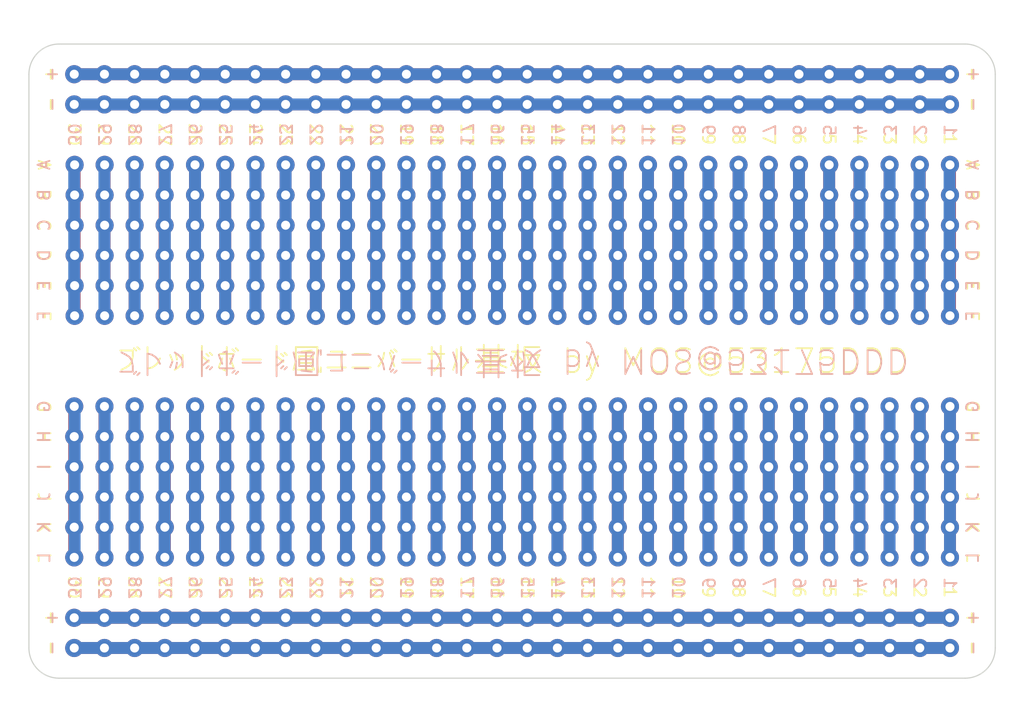
<source format=kicad_pcb>
(kicad_pcb (version 20221018) (generator pcbnew)
  (layers (0 "F.Cu" signal) (31 "B.Cu" signal) (34 "B.Paste" user) (35 "F.Paste" user) (36 "B.SilkS" user "B.Silkscreen") (37 "F.SilkS" user "F.Silkscreen") (38 "B.Mask" user) (39 "F.Mask" user) (44 "Edge.Cuts" user))
  (net 0 "")
  (net 1 "Net-(J1-Pin_1)")
  (net 2 "Net-(J2-Pin_1)")
  (net 3 "Net-(J3-Pin_1)")
  (net 4 "Net-(J4-Pin_1)")
  (net 5 "Net-(J5-Pin_1)")
  (net 6 "Net-(J6-Pin_1)")
  (net 7 "Net-(J7-Pin_1)")
  (net 8 "Net-(J8-Pin_1)")
  (net 9 "Net-(J9-Pin_1)")
  (net 10 "Net-(J10-Pin_1)")
  (net 11 "Net-(J11-Pin_1)")
  (net 12 "Net-(J12-Pin_1)")
  (net 13 "Net-(J13-Pin_1)")
  (net 14 "Net-(J14-Pin_1)")
  (net 15 "Net-(J15-Pin_1)")
  (net 16 "Net-(J16-Pin_1)")
  (net 17 "Net-(J17-Pin_1)")
  (net 18 "Net-(J18-Pin_1)")
  (net 19 "Net-(J19-Pin_1)")
  (net 20 "Net-(J20-Pin_1)")
  (net 21 "Net-(J21-Pin_1)")
  (net 22 "Net-(J22-Pin_1)")
  (net 23 "Net-(J23-Pin_1)")
  (net 24 "Net-(J24-Pin_1)")
  (net 25 "Net-(J25-Pin_1)")
  (net 26 "Net-(J26-Pin_1)")
  (net 27 "Net-(J27-Pin_1)")
  (net 28 "Net-(J28-Pin_1)")
  (net 29 "Net-(J29-Pin_1)")
  (net 30 "Net-(J30-Pin_1)")
  (net 31 "Net-(J31-Pin_1)")
  (net 32 "Net-(J32-Pin_1)")
  (net 33 "Net-(J33-Pin_1)")
  (net 34 "Net-(J34-Pin_1)")
  (net 35 "Net-(J35-Pin_1)")
  (net 36 "Net-(J36-Pin_1)")
  (net 37 "Net-(J37-Pin_1)")
  (net 38 "Net-(J38-Pin_1)")
  (net 39 "Net-(J39-Pin_1)")
  (net 40 "Net-(J40-Pin_1)")
  (net 41 "Net-(J41-Pin_1)")
  (net 42 "Net-(J42-Pin_1)")
  (net 43 "Net-(J43-Pin_1)")
  (net 44 "Net-(J44-Pin_1)")
  (net 45 "Net-(J45-Pin_1)")
  (net 46 "Net-(J46-Pin_1)")
  (net 47 "Net-(J47-Pin_1)")
  (net 48 "Net-(J48-Pin_1)")
  (net 49 "Net-(J49-Pin_1)")
  (net 50 "Net-(J50-Pin_1)")
  (net 51 "Net-(J51-Pin_1)")
  (net 52 "Net-(J52-Pin_1)")
  (net 53 "Net-(J53-Pin_1)")
  (net 54 "Net-(J54-Pin_1)")
  (net 55 "Net-(J55-Pin_1)")
  (net 56 "Net-(J56-Pin_1)")
  (net 57 "Net-(J57-Pin_1)")
  (net 58 "Net-(J58-Pin_1)")
  (net 59 "Net-(J59-Pin_1)")
  (net 60 "Net-(J60-Pin_1)")
  (net 61 "Net-(J61-Pin_1)")
  (net 62 "Net-(J66-Pin_1)")
  (net 63 "Net-(J71-Pin_1)")
  (net 64 "Net-(J76-Pin_1)")
  (footprint "pins:Pins" (layer "F.Cu") (at 114.3 96.52)
    (fp_text reference "J51" hide)
    (fp_text value "Conn_01x06_Pin")
  )
  (footprint "pins:Pins" (layer "F.Cu") (at 167.64 96.52)
    (fp_text reference "J20" hide)
    (fp_text value "Conn_01x06_Pin")
  )
  (footprint "pins:Pins" (layer "F.Cu") (at 124.46 96.52)
    (fp_text reference "J3" hide)
    (fp_text value "Conn_01x06_Pin")
  )
  (footprint "pins:Pins" (layer "F.Cu") (at 177.8 96.52)
    (fp_text reference "J24" hide)
    (fp_text value "Conn_01x06_Pin")
  )
  (footprint "pins:Pins" (layer "F.Cu") (at 175.26 116.84)
    (fp_text reference "J45" hide)
    (fp_text value "Conn_01x06_Pin")
  )
  (footprint "pins:Pins" (layer "F.Cu") (at 129.54 116.84)
    (fp_text reference "J27" hide)
    (fp_text value "Conn_01x06_Pin")
  )
  (footprint "pins:Pins" (layer "F.Cu") (at 124.46 116.84)
    (fp_text reference "J59" hide)
    (fp_text value "Conn_01x06_Pin")
  )
  (footprint "pins:Pins" (layer "F.Cu") (at 154.94 96.52)
    (fp_text reference "J15" hide)
    (fp_text value "Conn_01x06_Pin")
  )
  (footprint "pins:Pins" (layer "F.Cu") (at 121.92 96.52)
    (fp_text reference "J2" hide)
    (fp_text value "Conn_01x06_Pin")
  )
  (footprint "pins:Pins" (layer "F.Cu") (at 182.88 96.52)
    (fp_text reference "J26" hide)
    (fp_text value "Conn_01x06_Pin")
  )
  (footprint "pins:Pins" (layer "F.Cu") (at 121.92 91.44 -90)
    (fp_text reference "J61" hide)
    (fp_text value "Conn_01x06_Pin")
  )
  (footprint "pins:Pins" (layer "F.Cu") (at 165.1 96.52)
    (fp_text reference "J19" hide)
    (fp_text value "Conn_01x06_Pin")
  )
  (footprint "pins:Pins" (layer "F.Cu") (at 154.94 116.84)
    (fp_text reference "J37" hide)
    (fp_text value "Conn_01x06_Pin")
  )
  (footprint "pins:Pins" (layer "F.Cu") (at 160.02 96.52)
    (fp_text reference "J17" hide)
    (fp_text value "Conn_01x06_Pin")
  )
  (footprint "pins:Pins" (layer "F.Cu") (at 152.4 91.44 -90)
    (fp_text reference "J63" hide)
    (fp_text value "Conn_01x06_Pin")
  )
  (footprint "pins:Pins" (layer "F.Cu") (at 147.32 116.84)
    (fp_text reference "J34" hide)
    (fp_text value "Conn_01x06_Pin")
  )
  (footprint "pins:Pins" (layer "F.Cu") (at 142.24 96.52)
    (fp_text reference "J10" hide)
    (fp_text value "Conn_01x06_Pin")
  )
  (footprint "pins:Pins" (layer "F.Cu") (at 137.16 88.9 -90)
    (fp_text reference "J67" hide)
    (fp_text value "Conn_01x06_Pin")
  )
  (footprint "pins:Pins" (layer "F.Cu") (at 165.1 116.84)
    (fp_text reference "J41" hide)
    (fp_text value "Conn_01x06_Pin")
  )
  (footprint "pins:Pins" (layer "F.Cu") (at 137.16 116.84)
    (fp_text reference "J30" hide)
    (fp_text value "Conn_01x06_Pin")
  )
  (footprint "pins:Pins" (layer "F.Cu") (at 139.7 96.52)
    (fp_text reference "J9" hide)
    (fp_text value "Conn_01x06_Pin")
  )
  (footprint "pins:Pins" (layer "F.Cu") (at 172.72 116.84)
    (fp_text reference "J44" hide)
    (fp_text value "Conn_01x06_Pin")
  )
  (footprint "pins:Pins" (layer "F.Cu") (at 170.18 116.84)
    (fp_text reference "J43" hide)
    (fp_text value "Conn_01x06_Pin")
  )
  (footprint "pins:Pins" (layer "F.Cu") (at 162.56 96.52)
    (fp_text reference "J18" hide)
    (fp_text value "Conn_01x06_Pin")
  )
  (footprint "pins:Pins" (layer "F.Cu") (at 180.34 116.84)
    (fp_text reference "J47" hide)
    (fp_text value "Conn_01x06_Pin")
  )
  (footprint "pins:Pins" (layer "F.Cu") (at 182.88 116.84)
    (fp_text reference "J48" hide)
    (fp_text value "Conn_01x06_Pin")
  )
  (footprint "pins:Pins" (layer "F.Cu") (at 144.78 116.84)
    (fp_text reference "J33" hide)
    (fp_text value "Conn_01x06_Pin")
  )
  (footprint "pins:Pins" (layer "F.Cu") (at 132.08 96.52)
    (fp_text reference "J6" hide)
    (fp_text value "Conn_01x06_Pin")
  )
  (footprint "pins:Pins" (layer "F.Cu") (at 137.16 137.16 -90)
    (fp_text reference "J79" hide)
    (fp_text value "Conn_01x06_Pin")
  )
  (footprint "pins:Pins" (layer "F.Cu") (at 116.824 96.52)
    (fp_text reference "J52" hide)
    (fp_text value "Conn_01x06_Pin")
  )
  (footprint "pins:Pins" (layer "F.Cu") (at 167.64 116.84)
    (fp_text reference "J42" hide)
    (fp_text value "Conn_01x06_Pin")
  )
  (footprint "pins:Pins" (layer "F.Cu") (at 180.34 96.52)
    (fp_text reference "J25" hide)
    (fp_text value "Conn_01x06_Pin")
  )
  (footprint "pins:Pins" (layer "F.Cu") (at 182.88 134.62 -90)
    (fp_text reference "J71" hide)
    (fp_text value "Conn_01x06_Pin")
  )
  (footprint "pins:Pins" (layer "F.Cu") (at 119.38 116.84)
    (fp_text reference "J57" hide)
    (fp_text value "Conn_01x06_Pin")
  )
  (footprint "pins:Pins" (layer "F.Cu") (at 147.32 96.52)
    (fp_text reference "J12" hide)
    (fp_text value "Conn_01x06_Pin")
  )
  (footprint "pins:Pins" (layer "F.Cu") (at 137.16 91.44 -90)
    (fp_text reference "J62" hide)
    (fp_text value "Conn_01x06_Pin")
  )
  (footprint "pins:Pins" (layer "F.Cu") (at 109.252 96.52)
    (fp_text reference "J49" hide)
    (fp_text value "Conn_01x06_Pin")
  )
  (footprint "pins:Pins" (layer "F.Cu") (at 111.76 116.84)
    (fp_text reference "J54" hide)
    (fp_text value "Conn_01x06_Pin")
  )
  (footprint "pins:Pins" (layer "F.Cu") (at 152.4 116.84)
    (fp_text reference "J36" hide)
    (fp_text value "Conn_01x06_Pin")
  )
  (footprint "pins:Pins" (layer "F.Cu") (at 109.22 116.84)
    (fp_text reference "J53" hide)
    (fp_text value "Conn_01x06_Pin")
  )
  (footprint "pins:Pins" (layer "F.Cu") (at 177.8 116.84)
    (fp_text reference "J46" hide)
    (fp_text value "Conn_01x06_Pin")
  )
  (footprint "pins:Pins" (layer "F.Cu") (at 182.88 91.44 -90)
    (fp_text reference "J65" hide)
    (fp_text value "Conn_01x06_Pin")
  )
  (footprint "pins:Pins" (layer "F.Cu") (at 142.24 116.84)
    (fp_text reference "J32" hide)
    (fp_text value "Conn_01x06_Pin")
  )
  (footprint "pins:Pins" (layer "F.Cu") (at 152.4 96.52)
    (fp_text reference "J14" hide)
    (fp_text value "Conn_01x06_Pin")
  )
  (footprint "pins:Pins" (layer "F.Cu") (at 182.88 137.16 -90)
    (fp_text reference "J76" hide)
    (fp_text value "Conn_01x06_Pin")
  )
  (footprint "pins:Pins" (layer "F.Cu") (at 149.86 116.84)
    (fp_text reference "J35" hide)
    (fp_text value "Conn_01x06_Pin")
  )
  (footprint "pins:Pins" (layer "F.Cu") (at 167.64 137.16 -90)
    (fp_text reference "J77" hide)
    (fp_text value "Conn_01x06_Pin")
  )
  (footprint "pins:Pins" (layer "F.Cu") (at 132.08 116.84)
    (fp_text reference "J28" hide)
    (fp_text value "Conn_01x06_Pin")
  )
  (footprint "pins:Pins" (layer "F.Cu") (at 170.18 96.52)
    (fp_text reference "J21" hide)
    (fp_text value "Conn_01x06_Pin")
  )
  (footprint "pins:Pins" (layer "F.Cu") (at 121.92 88.9 -90)
    (fp_text reference "J66" hide)
    (fp_text value "Conn_01x06_Pin")
  )
  (footprint "pins:Pins" (layer "F.Cu") (at 121.92 134.62 -90)
    (fp_text reference "J75" hide)
    (fp_text value "Conn_01x06_Pin")
  )
  (footprint "pins:Pins" (layer "F.Cu") (at 144.78 96.52)
    (fp_text reference "J11" hide)
    (fp_text value "Conn_01x06_Pin")
  )
  (footprint "pins:Pins" (layer "F.Cu") (at 116.84 116.84)
    (fp_text reference "J56" hide)
    (fp_text value "Conn_01x06_Pin")
  )
  (footprint "pins:Pins" (layer "F.Cu") (at 149.86 96.52)
    (fp_text reference "J13" hide)
    (fp_text value "Conn_01x06_Pin")
  )
  (footprint "pins:Pins" (layer "F.Cu") (at 129.54 96.52)
    (fp_text reference "J5" hide)
    (fp_text value "Conn_01x06_Pin")
  )
  (footprint "pins:Pins" (layer "F.Cu") (at 160.02 116.84)
    (fp_text reference "J39" hide)
    (fp_text value "Conn_01x06_Pin")
  )
  (footprint "pins:Pins" (layer "F.Cu") (at 152.4 137.16 -90)
    (fp_text reference "J78" hide)
    (fp_text value "Conn_01x06_Pin")
  )
  (footprint "pins:Pins" (layer "F.Cu") (at 175.26 96.52)
    (fp_text reference "J23" hide)
    (fp_text value "Conn_01x06_Pin")
  )
  (footprint "pins:Pins" (layer "F.Cu") (at 127 116.84)
    (fp_text reference "J60" hide)
    (fp_text value "Conn_01x06_Pin")
  )
  (footprint "pins:Pins" (layer "F.Cu") (at 121.92 137.16 -90)
    (fp_text reference "J80" hide)
    (fp_text value "Conn_01x06_Pin")
  )
  (footprint "pins:Pins" (layer "F.Cu") (at 121.92 116.84)
    (fp_text reference "J58" hide)
    (fp_text value "Conn_01x06_Pin")
  )
  (footprint "pins:Pins" (layer "F.Cu") (at 137.16 96.52)
    (fp_text reference "J8" hide)
    (fp_text value "Conn_01x06_Pin")
  )
  (footprint "pins:Pins" (layer "F.Cu") (at 134.62 116.84)
    (fp_text reference "J29" hide)
    (fp_text value "Conn_01x06_Pin")
  )
  (footprint "pins:Pins" (layer "F.Cu") (at 157.48 116.84)
    (fp_text reference "J38" hide)
    (fp_text value "Conn_01x06_Pin")
  )
  (footprint "pins:Pins" (layer "F.Cu") (at 137.16 134.62 -90)
    (fp_text reference "J74" hide)
    (fp_text value "Conn_01x06_Pin")
  )
  (footprint "pins:Pins" (layer "F.Cu") (at 157.48 96.52)
    (fp_text reference "J16" hide)
    (fp_text value "Conn_01x06_Pin")
  )
  (footprint "pins:Pins" (layer "F.Cu") (at 134.62 96.52)
    (fp_text reference "J7" hide)
    (fp_text value "Conn_01x06_Pin")
  )
  (footprint "pins:Pins" (layer "F.Cu") (at 167.64 88.9 -90)
    (fp_text reference "J69" hide)
    (fp_text value "Conn_01x06_Pin")
  )
  (footprint "pins:Pins" (layer "F.Cu") (at 111.776 96.52)
    (fp_text reference "J50" hide)
    (fp_text value "Conn_01x06_Pin")
  )
  (footprint "pins:Pins" (layer "F.Cu") (at 182.88 88.9 -90)
    (fp_text reference "J70" hide)
    (fp_text value "Conn_01x06_Pin")
  )
  (footprint "pins:Pins" (layer "F.Cu") (at 172.72 96.52)
    (fp_text reference "J22" hide)
    (fp_text value "Conn_01x06_Pin")
  )
  (footprint "pins:Pins" (layer "F.Cu") (at 152.4 88.9 -90)
    (fp_text reference "J68" hide)
    (fp_text value "Conn_01x06_Pin")
  )
  (footprint "pins:Pins" (layer "F.Cu") (at 139.7 116.84)
    (fp_text reference "J31" hide)
    (fp_text value "Conn_01x06_Pin")
  )
  (footprint "pins:Pins" (layer "F.Cu") (at 167.64 134.62 -90)
    (fp_text reference "J72" hide)
    (fp_text value "Conn_01x06_Pin")
  )
  (footprint "pins:Pins" (layer "F.Cu") (at 127 96.52)
    (fp_text reference "J4" hide)
    (fp_text value "Conn_01x06_Pin")
  )
  (footprint "pins:Pins" (layer "F.Cu") (at 167.64 91.44 -90)
    (fp_text reference "J64" hide)
    (fp_text value "Conn_01x06_Pin")
  )
  (footprint "pins:Pins" (layer "F.Cu") (at 114.3 116.84)
    (fp_text reference "J55" hide)
    (fp_text value "Conn_01x06_Pin")
  )
  (footprint "pins:Pins" (layer "F.Cu") (at 152.4 134.62 -90)
    (fp_text reference "J73" hide)
    (fp_text value "Conn_01x06_Pin")
  )
  (footprint "pins:Pins" (layer "F.Cu") (at 119.38 96.52)
    (fp_text reference "J1" hide)
    (fp_text value "Conn_01x06_Pin")
  )
  (footprint "pins:Pins" (layer "F.Cu") (at 162.56 116.84)
    (fp_text reference "J40" hide)
    (fp_text value "Conn_01x06_Pin")
  )
  (gr_line (start 184.15 86.36) (end 107.95 86.36) (stroke (width 0.1)) (layer "Edge.Cuts"))
  (gr_line (start 107.95 139.7) (end 184.15 139.7) (stroke (width 0.1)) (layer "Edge.Cuts"))
  (gr_line (start 186.69 137.16) (end 186.69 88.9) (stroke (width 0.1)) (layer "Edge.Cuts"))
  (gr_line (start 105.41 88.9) (end 105.41 137.16) (stroke (width 0.1)) (layer "Edge.Cuts"))
  (gr_arc (start 105.41 88.9) (mid 106.153949 87.103949) (end 107.95 86.36) (stroke (width 0.1)) (layer "Edge.Cuts"))
  (gr_arc (start 186.69 137.16) (mid 185.946051 138.956051) (end 184.15 139.7) (stroke (width 0.1)) (layer "Edge.Cuts"))
  (gr_arc (start 107.95 139.7) (mid 106.153949 138.956051) (end 105.41 137.16) (stroke (width 0.1)) (layer "Edge.Cuts"))
  (gr_arc (start 184.15 86.36) (mid 185.946051 87.103949) (end 186.69 88.9) (stroke (width 0.1)) (layer "Edge.Cuts"))
  (gr_text "26" (at 119.38 93.98 -90) (layer "B.SilkS") (effects (font (size 1 1)) (justify mirror)))
  (gr_text "25" (at 121.92 93.98 -90) (layer "B.SilkS") (effects (font (size 1 1)) (justify mirror)))
  (gr_text "16" (at 144.78 93.98 -90) (layer "B.SilkS") (effects (font (size 1 1)) (justify mirror)))
  (gr_text "21" (at 132.08 132.08 -90) (layer "B.SilkS") (effects (font (size 1 1)) (justify mirror)))
  (gr_text "-" (at 184.7825 91.44 -270) (layer "B.SilkS") (effects (font (size 1 1)) (justify mirror)))
  (gr_text "10" (at 160.02 132.08 -90) (layer "B.SilkS") (effects (font (size 1 1)) (justify mirror)))
  (gr_text "F" (at 184.7825 109.22 -270) (layer "B.SilkS") (effects (font (size 1 1)) (justify mirror)))
  (gr_text "20" (at 134.62 93.98 -90) (layer "B.SilkS") (effects (font (size 1 1)) (justify mirror)))
  (gr_text " 2" (at 180.34 93.98 -90) (layer "B.SilkS") (effects (font (size 1 1)) (justify mirror)))
  (gr_text "13" (at 152.4 93.98 -90) (layer "B.SilkS") (effects (font (size 1 1)) (justify mirror)))
  (gr_text " 5" (at 172.72 93.98 -90) (layer "B.SilkS") (effects (font (size 1 1)) (justify mirror)))
  (gr_text "18" (at 139.7 93.98 -90) (layer "B.SilkS") (effects (font (size 1 1)) (justify mirror)))
  (gr_text "11" (at 157.48 93.98 -90) (layer "B.SilkS") (effects (font (size 1 1)) (justify mirror)))
  (gr_text "G" (at 106.68 116.84 -270) (layer "B.SilkS") (effects (font (size 1 1)) (justify mirror)))
  (gr_text "G" (at 184.7825 116.84 -270) (layer "B.SilkS") (effects (font (size 1 1)) (justify mirror)))
  (gr_text "21" (at 132.08 93.98 -90) (layer "B.SilkS") (effects (font (size 1 1)) (justify mirror)))
  (gr_text "27" (at 116.84 132.08 -90) (layer "B.SilkS") (effects (font (size 1 1)) (justify mirror)))
  (gr_text " 3" (at 177.8 93.98 -90) (layer "B.SilkS") (effects (font (size 1 1)) (justify mirror)))
  (gr_text " 7" (at 167.64 132.08 -90) (layer "B.SilkS") (effects (font (size 1 1)) (justify mirror)))
  (gr_text " 7" (at 167.64 93.98 -90) (layer "B.SilkS") (effects (font (size 1 1)) (justify mirror)))
  (gr_text " 4" (at 175.26 93.98 -90) (layer "B.SilkS") (effects (font (size 1 1)) (justify mirror)))
  (gr_text "30" (at 109.22 132.08 -90) (layer "B.SilkS") (effects (font (size 1 1)) (justify mirror)))
  (gr_text "24" (at 124.46 132.08 -90) (layer "B.SilkS") (effects (font (size 1 1)) (justify mirror)))
  (gr_text "I" (at 184.7825 121.92 -270) (layer "B.SilkS") (effects (font (size 1 1)) (justify mirror)))
  (gr_text "L" (at 106.68 129.54 -270) (layer "B.SilkS") (effects (font (size 1 1)) (justify mirror)))
  (gr_text "B" (at 106.68 99.06 -270) (layer "B.SilkS") (effects (font (size 1 1)) (justify mirror)))
  (gr_text "15" (at 147.32 132.08 -90) (layer "B.SilkS") (effects (font (size 1 1)) (justify mirror)))
  (gr_text " 8" (at 165.1 93.98 -90) (layer "B.SilkS") (effects (font (size 1 1)) (justify mirror)))
  (gr_text " 4" (at 175.26 132.08 -90) (layer "B.SilkS") (effects (font (size 1 1)) (justify mirror)))
  (gr_text "-" (at 107.3175 91.44 -270) (layer "B.SilkS") (effects (font (size 1 1)) (justify mirror)))
  (gr_text "A" (at 184.7825 96.52 -270) (layer "B.SilkS") (effects (font (size 1 1)) (justify mirror)))
  (gr_text "14" (at 149.86 132.08 -90) (layer "B.SilkS") (effects (font (size 1 1)) (justify mirror)))
  (gr_text "22" (at 129.54 132.08 -90) (layer "B.SilkS") (effects (font (size 1 1)) (justify mirror)))
  (gr_text "20" (at 134.62 132.08 -90) (layer "B.SilkS") (effects (font (size 1 1)) (justify mirror)))
  (gr_text "16" (at 144.78 132.08 -90) (layer "B.SilkS") (effects (font (size 1 1)) (justify mirror)))
  (gr_text "29" (at 111.76 132.08 -90) (layer "B.SilkS") (effects (font (size 1 1)) (justify mirror)))
  (gr_text "J" (at 106.68 124.46 -270) (layer "B.SilkS") (effects (font (size 1 1)) (justify mirror)))
  (gr_text "+" (at 107.3175 134.62 -270) (layer "B.SilkS") (effects (font (size 1 1)) (justify mirror)))
  (gr_text " 2" (at 180.34 132.08 -90) (layer "B.SilkS") (effects (font (size 1 1)) (justify mirror)))
  (gr_text "18" (at 139.7 132.08 -90) (layer "B.SilkS") (effects (font (size 1 1)) (justify mirror)))
  (gr_text "17" (at 142.24 93.98 -90) (layer "B.SilkS") (effects (font (size 1 1)) (justify mirror)))
  (gr_text "27" (at 116.84 93.98 -90) (layer "B.SilkS") (effects (font (size 1 1)) (justify mirror)))
  (gr_text " 3" (at 177.8 132.08 -90) (layer "B.SilkS") (effects (font (size 1 1)) (justify mirror)))
  (gr_text "19" (at 137.16 132.08 -90) (layer "B.SilkS") (effects (font (size 1 1)) (justify mirror)))
  (gr_text "H" (at 184.7825 119.38 -270) (layer "B.SilkS") (effects (font (size 1 1)) (justify mirror)))
  (gr_text " 1" (at 182.88 93.98 -90) (layer "B.SilkS") (effects (font (size 1 1)) (justify mirror)))
  (gr_text "14" (at 149.86 93.98 -90) (layer "B.SilkS") (effects (font (size 1 1)) (justify mirror)))
  (gr_text "11" (at 157.48 132.08 -90) (layer "B.SilkS") (effects (font (size 1 1)) (justify mirror)))
  (gr_text "A" (at 106.68 96.52 -270) (layer "B.SilkS") (effects (font (size 1 1)) (justify mirror)))
  (gr_text "+" (at 184.7825 88.9 -270) (layer "B.SilkS") (effects (font (size 1 1)) (justify mirror)))
  (gr_text " 5" (at 172.72 132.08 -90) (layer "B.SilkS") (effects (font (size 1 1)) (justify mirror)))
  (gr_text "13" (at 152.4 132.08 -90) (layer "B.SilkS") (effects (font (size 1 1)) (justify mirror)))
  (gr_text "23" (at 127 93.98 -90) (layer "B.SilkS") (effects (font (size 1 1)) (justify mirror)))
  (gr_text "30" (at 109.22 93.98 -90) (layer "B.SilkS") (effects (font (size 1 1)) (justify mirror)))
  (gr_text "H" (at 106.68 119.38 -270) (layer "B.SilkS") (effects (font (size 1 1)) (justify mirror)))
  (gr_text "J" (at 184.7825 124.46 -270) (layer "B.SilkS") (effects (font (size 1 1)) (justify mirror)))
  (gr_text "26" (at 119.38 132.08 -90) (layer "B.SilkS") (effects (font (size 1 1)) (justify mirror)))
  (gr_text "K" (at 106.68 127 -270) (layer "B.SilkS") (effects (font (size 1 1)) (justify mirror)))
  (gr_text "C" (at 106.68 101.6 -270) (layer "B.SilkS") (effects (font (size 1 1)) (justify mirror)))
  (gr_text "17" (at 142.24 132.08 -90) (layer "B.SilkS") (effects (font (size 1 1)) (justify mirror)))
  (gr_text "19" (at 137.16 93.98 -90) (layer "B.SilkS") (effects (font (size 1 1)) (justify mirror)))
  (gr_text "D" (at 106.68 104.14 -270) (layer "B.SilkS") (effects (font (size 1 1)) (justify mirror)))
  (gr_text " 9" (at 162.56 132.08 -90) (layer "B.SilkS") (effects (font (size 1 1)) (justify mirror)))
  (gr_text "12" (at 154.94 93.98 -90) (layer "B.SilkS") (effects (font (size 1 1)) (justify mirror)))
  (gr_text "25" (at 121.92 132.08 -90) (layer "B.SilkS") (effects (font (size 1 1)) (justify mirror)))
  (gr_text " 1" (at 182.88 132.08 -90) (layer "B.SilkS") (effects (font (size 1 1)) (justify mirror)))
  (gr_text "D" (at 184.7825 104.14 -270) (layer "B.SilkS") (effects (font (size 1 1)) (justify mirror)))
  (gr_text "F" (at 106.68 109.22 -270) (layer "B.SilkS") (effects (font (size 1 1)) (justify mirror)))
  (gr_text "+" (at 184.7825 134.62 -270) (layer "B.SilkS") (effects (font (size 1 1)) (justify mirror)))
  (gr_text "B" (at 184.7825 99.06 -270) (layer "B.SilkS") (effects (font (size 1 1)) (justify mirror)))
  (gr_text " 6" (at 170.18 93.98 -90) (layer "B.SilkS") (effects (font (size 1 1)) (justify mirror)))
  (gr_text "I" (at 106.68 121.92 -270) (layer "B.SilkS") (effects (font (size 1 1)) (justify mirror)))
  (gr_text "E" (at 106.68 106.68 -270) (layer "B.SilkS") (effects (font (size 1 1)) (justify mirror)))
  (gr_text "ブレッドボード風ユニバーサル基板 by MOS@53175DDD" (at 146.05 113.03 180) (layer "B.SilkS") (effects (font (size 2 2)) (justify mirror)))
  (gr_text " 6" (at 170.18 132.08 -90) (layer "B.SilkS") (effects (font (size 1 1)) (justify mirror)))
  (gr_text "E" (at 184.7825 106.68 -270) (layer "B.SilkS") (effects (font (size 1 1)) (justify mirror)))
  (gr_text "K" (at 184.7825 127 -270) (layer "B.SilkS") (effects (font (size 1 1)) (justify mirror)))
  (gr_text "L" (at 184.7825 129.54 -270) (layer "B.SilkS") (effects (font (size 1 1)) (justify mirror)))
  (gr_text "28" (at 114.3 93.98 -90) (layer "B.SilkS") (effects (font (size 1 1)) (justify mirror)))
  (gr_text " 9" (at 162.56 93.98 -90) (layer "B.SilkS") (effects (font (size 1 1)) (justify mirror)))
  (gr_text " 8" (at 165.1 132.08 -90) (layer "B.SilkS") (effects (font (size 1 1)) (justify mirror)))
  (gr_text "23" (at 127 132.08 -90) (layer "B.SilkS") (effects (font (size 1 1)) (justify mirror)))
  (gr_text "28" (at 114.3 132.08 -90) (layer "B.SilkS") (effects (font (size 1 1)) (justify mirror)))
  (gr_text "+" (at 107.3175 88.9 -270) (layer "B.SilkS") (effects (font (size 1 1)) (justify mirror)))
  (gr_text "22" (at 129.54 93.98 -90) (layer "B.SilkS") (effects (font (size 1 1)) (justify mirror)))
  (gr_text "-" (at 184.7825 137.16 -270) (layer "B.SilkS") (effects (font (size 1 1)) (justify mirror)))
  (gr_text "24" (at 124.46 93.98 -90) (layer "B.SilkS") (effects (font (size 1 1)) (justify mirror)))
  (gr_text "-" (at 107.3175 137.16 -270) (layer "B.SilkS") (effects (font (size 1 1)) (justify mirror)))
  (gr_text "C" (at 184.7825 101.6 -270) (layer "B.SilkS") (effects (font (size 1 1)) (justify mirror)))
  (gr_text "12" (at 154.94 132.08 -90) (layer "B.SilkS") (effects (font (size 1 1)) (justify mirror)))
  (gr_text "15" (at 147.32 93.98 -90) (layer "B.SilkS") (effects (font (size 1 1)) (justify mirror)))
  (gr_text "10" (at 160.02 93.98 -90) (layer "B.SilkS") (effects (font (size 1 1)) (justify mirror)))
  (gr_text "29" (at 111.76 93.98 -90) (layer "B.SilkS") (effects (font (size 1 1)) (justify mirror)))
  (gr_text "23" (at 127 93.98 270) (layer "F.SilkS") (effects (font (size 1 1))))
  (gr_text "26" (at 119.38 132.08 270) (layer "F.SilkS") (effects (font (size 1 1))))
  (gr_text "11" (at 157.48 93.98 270) (layer "F.SilkS") (effects (font (size 1 1))))
  (gr_text " 5" (at 172.72 132.08 270) (layer "F.SilkS") (effects (font (size 1 1))))
  (gr_text " 9" (at 162.56 93.98 270) (layer "F.SilkS") (effects (font (size 1 1))))
  (gr_text "27" (at 116.84 93.98 270) (layer "F.SilkS") (effects (font (size 1 1))))
  (gr_text "+" (at 107.315 88.9 270) (layer "F.SilkS") (effects (font (size 1 1))))
  (gr_text "19" (at 137.16 93.98 270) (layer "F.SilkS") (effects (font (size 1 1))))
  (gr_text "28" (at 114.3 132.08 270) (layer "F.SilkS") (effects (font (size 1 1))))
  (gr_text "-" (at 184.785 137.16 270) (layer "F.SilkS") (effects (font (size 1 1))))
  (gr_text "27" (at 116.84 132.08 270) (layer "F.SilkS") (effects (font (size 1 1))))
  (gr_text "13" (at 152.4 132.08 270) (layer "F.SilkS") (effects (font (size 1 1))))
  (gr_text "23" (at 127 132.08 270) (layer "F.SilkS") (effects (font (size 1 1))))
  (gr_text " 6" (at 170.18 93.98 270) (layer "F.SilkS") (effects (font (size 1 1))))
  (gr_text " 1" (at 182.88 93.98 270) (layer "F.SilkS") (effects (font (size 1 1))))
  (gr_text "20" (at 134.62 93.98 270) (layer "F.SilkS") (effects (font (size 1 1))))
  (gr_text " 4" (at 175.26 132.08 270) (layer "F.SilkS") (effects (font (size 1 1))))
  (gr_text "13" (at 152.4 93.98 270) (layer "F.SilkS") (effects (font (size 1 1))))
  (gr_text "17" (at 142.24 132.08 270) (layer "F.SilkS") (effects (font (size 1 1))))
  (gr_text " 7" (at 167.64 132.08 270) (layer "F.SilkS") (effects (font (size 1 1))))
  (gr_text "I" (at 184.785 121.92 270) (layer "F.SilkS") (effects (font (size 1 1))))
  (gr_text "14" (at 149.86 93.98 270) (layer "F.SilkS") (effects (font (size 1 1))))
  (gr_text "10" (at 160.02 132.08 270) (layer "F.SilkS") (effects (font (size 1 1))))
  (gr_text " 8" (at 165.1 132.08 270) (layer "F.SilkS") (effects (font (size 1 1))))
  (gr_text "J" (at 106.6825 124.46 270) (layer "F.SilkS") (effects (font (size 1 1))))
  (gr_text "21" (at 132.08 132.08 270) (layer "F.SilkS") (effects (font (size 1 1))))
  (gr_text "ブレッドボード風ユニバーサル基板 by MOS@53175DDD" (at 146.05 113.03) (layer "F.SilkS") (effects (font (size 2 2))))
  (gr_text "25" (at 121.92 93.98 270) (layer "F.SilkS") (effects (font (size 1 1))))
  (gr_text "11" (at 157.48 132.08 270) (layer "F.SilkS") (effects (font (size 1 1))))
  (gr_text "B" (at 184.785 99.06 270) (layer "F.SilkS") (effects (font (size 1 1))))
  (gr_text " 2" (at 180.34 93.98 270) (layer "F.SilkS") (effects (font (size 1 1))))
  (gr_text "H" (at 106.6825 119.38 270) (layer "F.SilkS") (effects (font (size 1 1))))
  (gr_text "12" (at 154.94 132.08 270) (layer "F.SilkS") (effects (font (size 1 1))))
  (gr_text "E" (at 106.6825 106.68 270) (layer "F.SilkS") (effects (font (size 1 1))))
  (gr_text "K" (at 184.785 127 270) (layer "F.SilkS") (effects (font (size 1 1))))
  (gr_text "22" (at 129.54 132.08 270) (layer "F.SilkS") (effects (font (size 1 1))))
  (gr_text "I" (at 106.6825 121.92 270) (layer "F.SilkS") (effects (font (size 1 1))))
  (gr_text "G" (at 106.6825 116.84 270) (layer "F.SilkS") (effects (font (size 1 1))))
  (gr_text "16" (at 144.78 93.98 270) (layer "F.SilkS") (effects (font (size 1 1))))
  (gr_text "L" (at 184.785 129.54 270) (layer "F.SilkS") (effects (font (size 1 1))))
  (gr_text " 8" (at 165.1 93.98 270) (layer "F.SilkS") (effects (font (size 1 1))))
  (gr_text "30" (at 109.22 93.98 270) (layer "F.SilkS") (effects (font (size 1 1))))
  (gr_text "F" (at 106.6825 109.22 270) (layer "F.SilkS") (effects (font (size 1 1))))
  (gr_text " 3" (at 177.8 93.98 270) (layer "F.SilkS") (effects (font (size 1 1))))
  (gr_text " 4" (at 175.26 93.98 270) (layer "F.SilkS") (effects (font (size 1 1))))
  (gr_text "26" (at 119.38 93.98 270) (layer "F.SilkS") (effects (font (size 1 1))))
  (gr_text "C" (at 184.785 101.6 270) (layer "F.SilkS") (effects (font (size 1 1))))
  (gr_text " 6" (at 170.18 132.08 270) (layer "F.SilkS") (effects (font (size 1 1))))
  (gr_text "19" (at 137.16 132.08 270) (layer "F.SilkS") (effects (font (size 1 1))))
  (gr_text "18" (at 139.7 132.08 270) (layer "F.SilkS") (effects (font (size 1 1))))
  (gr_text "K" (at 106.6825 127 270) (layer "F.SilkS") (effects (font (size 1 1))))
  (gr_text "17" (at 142.24 93.98 270) (layer "F.SilkS") (effects (font (size 1 1))))
  (gr_text "+" (at 184.785 88.9 270) (layer "F.SilkS") (effects (font (size 1 1))))
  (gr_text "16" (at 144.78 132.08 270) (layer "F.SilkS") (effects (font (size 1 1))))
  (gr_text "28" (at 114.3 93.98 270) (layer "F.SilkS") (effects (font (size 1 1))))
  (gr_text "A" (at 106.6825 96.52 270) (layer "F.SilkS") (effects (font (size 1 1))))
  (gr_text "-" (at 107.315 91.44 270) (layer "F.SilkS") (effects (font (size 1 1))))
  (gr_text "12" (at 154.94 93.98 270) (layer "F.SilkS") (effects (font (size 1 1))))
  (gr_text "18" (at 139.7 93.98 270) (layer "F.SilkS") (effects (font (size 1 1))))
  (gr_text "A" (at 184.785 96.52 270) (layer "F.SilkS") (effects (font (size 1 1))))
  (gr_text "E" (at 184.785 106.68 270) (layer "F.SilkS") (effects (font (size 1 1))))
  (gr_text "B" (at 106.6825 99.06 270) (layer "F.SilkS") (effects (font (size 1 1))))
  (gr_text "G" (at 184.785 116.84 270) (layer "F.SilkS") (effects (font (size 1 1))))
  (gr_text " 7" (at 167.64 93.98 270) (layer "F.SilkS") (effects (font (size 1 1))))
  (gr_text "29" (at 111.76 93.98 270) (layer "F.SilkS") (effects (font (size 1 1))))
  (gr_text " 5" (at 172.72 93.98 270) (layer "F.SilkS") (effects (font (size 1 1))))
  (gr_text "25" (at 121.92 132.08 270) (layer "F.SilkS") (effects (font (size 1 1))))
  (gr_text "+" (at 107.315 134.62 270) (layer "F.SilkS") (effects (font (size 1 1))))
  (gr_text " 3" (at 177.8 132.08 270) (layer "F.SilkS") (effects (font (size 1 1))))
  (gr_text "24" (at 124.46 132.08 270) (layer "F.SilkS") (effects (font (size 1 1))))
  (gr_text " 2" (at 180.34 132.08 270) (layer "F.SilkS") (effects (font (size 1 1))))
  (gr_text "29" (at 111.76 132.08 270) (layer "F.SilkS") (effects (font (size 1 1))))
  (gr_text "15" (at 147.32 132.08 270) (layer "F.SilkS") (effects (font (size 1 1))))
  (gr_text "H" (at 184.785 119.38 270) (layer "F.SilkS") (effects (font (size 1 1))))
  (gr_text "24" (at 124.46 93.98 270) (layer "F.SilkS") (effects (font (size 1 1))))
  (gr_text "C" (at 106.6825 101.6 270) (layer "F.SilkS") (effects (font (size 1 1))))
  (gr_text "D" (at 184.785 104.14 270) (layer "F.SilkS") (effects (font (size 1 1))))
  (gr_text "22" (at 129.54 93.98 270) (layer "F.SilkS") (effects (font (size 1 1))))
  (gr_text "14" (at 149.86 132.08 270) (layer "F.SilkS") (effects (font (size 1 1))))
  (gr_text "-" (at 107.315 137.16 270) (layer "F.SilkS") (effects (font (size 1 1))))
  (gr_text "F" (at 184.785 109.22 270) (layer "F.SilkS") (effects (font (size 1 1))))
  (gr_text "30" (at 109.22 132.08 270) (layer "F.SilkS") (effects (font (size 1 1))))
  (gr_text "-" (at 184.785 91.44 270) (layer "F.SilkS") (effects (font (size 1 1))))
  (gr_text "15" (at 147.32 93.98 270) (layer "F.SilkS") (effects (font (size 1 1))))
  (gr_text "10" (at 160.02 93.98 270) (layer "F.SilkS") (effects (font (size 1 1))))
  (gr_text " 1" (at 182.88 132.08 270) (layer "F.SilkS") (effects (font (size 1 1))))
  (gr_text "L" (at 106.6825 129.54 270) (layer "F.SilkS") (effects (font (size 1 1))))
  (gr_text "+" (at 184.785 134.62 270) (layer "F.SilkS") (effects (font (size 1 1))))
  (gr_text "21" (at 132.08 93.98 270) (layer "F.SilkS") (effects (font (size 1 1))))
  (gr_text "J" (at 184.785 124.46 270) (layer "F.SilkS") (effects (font (size 1 1))))
  (gr_text " 9" (at 162.56 132.08 270) (layer "F.SilkS") (effects (font (size 1 1))))
  (gr_text "20" (at 134.62 132.08 270) (layer "F.SilkS") (effects (font (size 1 1))))
  (gr_text "D" (at 106.6825 104.14 270) (layer "F.SilkS") (effects (font (size 1 1))))
  (segment (start 119.38 96.52) (end 119.38 109.22) (width 1) (layer "F.Cu") (net 1))
  (segment (start 119.38 109.22) (end 119.38 96.52) (width 1) (layer "B.Cu") (net 1))
  (segment (start 121.92 109.22) (end 121.92 96.52) (width 1) (layer "F.Cu") (net 2))
  (segment (start 121.92 96.52) (end 121.92 109.22) (width 1) (layer "B.Cu") (net 2))
  (segment (start 124.46 96.52) (end 124.46 109.22) (width 1) (layer "F.Cu") (net 3))
  (segment (start 124.46 109.22) (end 124.46 96.52) (width 1) (layer "B.Cu") (net 3))
  (segment (start 127 109.22) (end 127 96.52) (width 1) (layer "F.Cu") (net 4))
  (segment (start 127 96.52) (end 127 109.22) (width 1) (layer "B.Cu") (net 4))
  (segment (start 129.54 96.52) (end 129.54 109.22) (width 1) (layer "F.Cu") (net 5))
  (segment (start 129.54 109.22) (end 129.54 96.52) (width 1) (layer "B.Cu") (net 5))
  (segment (start 132.08 109.22) (end 132.08 96.52) (width 1) (layer "F.Cu") (net 6))
  (segment (start 132.08 96.52) (end 132.08 109.22) (width 1) (layer "B.Cu") (net 6))
  (segment (start 134.62 96.52) (end 134.62 109.22) (width 1) (layer "F.Cu") (net 7))
  (segment (start 134.62 109.22) (end 134.62 96.52) (width 1) (layer "B.Cu") (net 7))
  (segment (start 137.16 109.22) (end 137.16 96.52) (width 1) (layer "F.Cu") (net 8))
  (segment (start 137.16 96.52) (end 137.16 109.22) (width 1) (layer "B.Cu") (net 8))
  (segment (start 139.7 96.52) (end 139.7 109.22) (width 1) (layer "F.Cu") (net 9))
  (segment (start 139.7 109.22) (end 139.7 96.52) (width 1) (layer "B.Cu") (net 9))
  (segment (start 142.24 109.22) (end 142.24 96.52) (width 1) (layer "F.Cu") (net 10))
  (segment (start 142.24 96.52) (end 142.24 109.22) (width 1) (layer "B.Cu") (net 10))
  (segment (start 144.78 96.52) (end 144.78 109.22) (width 1) (layer "F.Cu") (net 11))
  (segment (start 144.78 109.22) (end 144.78 96.52) (width 1) (layer "B.Cu") (net 11))
  (segment (start 147.32 109.22) (end 147.32 96.52) (width 1) (layer "F.Cu") (net 12))
  (segment (start 147.32 96.52) (end 147.32 109.22) (width 1) (layer "B.Cu") (net 12))
  (segment (start 149.86 96.52) (end 149.86 109.22) (width 1) (layer "F.Cu") (net 13))
  (segment (start 149.86 109.22) (end 149.86 96.52) (width 1) (layer "B.Cu") (net 13))
  (segment (start 152.4 109.22) (end 152.4 96.52) (width 1) (layer "F.Cu") (net 14))
  (segment (start 152.4 96.52) (end 152.4 109.22) (width 1) (layer "B.Cu") (net 14))
  (segment (start 154.94 96.52) (end 154.94 109.22) (width 1) (layer "F.Cu") (net 15))
  (segment (start 154.94 109.22) (end 154.94 96.52) (width 1) (layer "B.Cu") (net 15))
  (segment (start 157.48 109.22) (end 157.48 96.52) (width 1) (layer "F.Cu") (net 16))
  (segment (start 157.48 96.52) (end 157.48 109.22) (width 1) (layer "B.Cu") (net 16))
  (segment (start 160.02 96.52) (end 160.02 109.22) (width 1) (layer "F.Cu") (net 17))
  (segment (start 160.02 109.22) (end 160.02 96.52) (width 1) (layer "B.Cu") (net 17))
  (segment (start 162.56 109.22) (end 162.56 96.52) (width 1) (layer "F.Cu") (net 18))
  (segment (start 162.56 96.52) (end 162.56 109.22) (width 1) (layer "B.Cu") (net 18))
  (segment (start 165.1 96.52) (end 165.1 109.22) (width 1) (layer "F.Cu") (net 19))
  (segment (start 165.1 109.22) (end 165.1 96.52) (width 1) (layer "B.Cu") (net 19))
  (segment (start 167.64 109.22) (end 167.64 96.52) (width 1) (layer "F.Cu") (net 20))
  (segment (start 167.64 96.52) (end 167.64 109.22) (width 1) (layer "B.Cu") (net 20))
  (segment (start 170.18 96.52) (end 170.18 109.22) (width 1) (layer "F.Cu") (net 21))
  (segment (start 170.18 109.22) (end 170.18 96.52) (width 1) (layer "B.Cu") (net 21))
  (segment (start 172.72 109.22) (end 172.72 96.52) (width 1) (layer "F.Cu") (net 22))
  (segment (start 172.72 96.52) (end 172.72 109.22) (width 1) (layer "B.Cu") (net 22))
  (segment (start 175.26 96.52) (end 175.26 109.22) (width 1) (layer "F.Cu") (net 23))
  (segment (start 175.276 109.22) (end 175.276 96.536) (width 1) (layer "B.Cu") (net 23))
  (segment (start 177.8 109.22) (end 177.8 96.52) (width 1) (layer "F.Cu") (net 24))
  (segment (start 177.8 96.52) (end 177.8 109.22) (width 1) (layer "B.Cu") (net 24))
  (segment (start 180.34 96.52) (end 180.34 109.22) (width 1) (layer "F.Cu") (net 25))
  (segment (start 180.324 109.22) (end 180.324 96.52) (width 1) (layer "B.Cu") (net 25))
  (segment (start 182.88 109.22) (end 182.88 96.52) (width 1) (layer "F.Cu") (net 26))
  (segment (start 182.848 96.52) (end 182.848 109.22) (width 1) (layer "B.Cu") (net 26))
  (segment (start 129.54 116.84) (end 129.54 129.54) (width 1) (layer "F.Cu") (net 27))
  (segment (start 129.54 129.54) (end 129.54 116.84) (width 1) (layer "B.Cu") (net 27))
  (segment (start 132.08 129.54) (end 132.08 116.84) (width 1) (layer "F.Cu") (net 28))
  (segment (start 132.08 116.84) (end 132.08 129.54) (width 1) (layer "B.Cu") (net 28))
  (segment (start 134.62 116.84) (end 134.62 129.54) (width 1) (layer "F.Cu") (net 29))
  (segment (start 134.62 129.54) (end 134.62 116.84) (width 1) (layer "B.Cu") (net 29))
  (segment (start 137.16 129.54) (end 137.16 116.84) (width 1) (layer "F.Cu") (net 30))
  (segment (start 137.16 116.84) (end 137.16 129.54) (width 1) (layer "B.Cu") (net 30))
  (segment (start 139.7 116.84) (end 139.7 129.54) (width 1) (layer "F.Cu") (net 31))
  (segment (start 139.7 129.54) (end 139.7 116.84) (width 1) (layer "B.Cu") (net 31))
  (segment (start 142.24 129.54) (end 142.24 116.84) (width 1) (layer "F.Cu") (net 32))
  (segment (start 142.24 116.84) (end 142.24 129.54) (width 1) (layer "B.Cu") (net 32))
  (segment (start 144.78 116.84) (end 144.78 129.54) (width 1) (layer "F.Cu") (net 33))
  (segment (start 144.78 129.54) (end 144.78 116.84) (width 1) (layer "B.Cu") (net 33))
  (segment (start 147.32 129.54) (end 147.32 116.84) (width 1) (layer "F.Cu") (net 34))
  (segment (start 147.32 116.84) (end 147.32 129.54) (width 1) (layer "B.Cu") (net 34))
  (segment (start 149.86 116.84) (end 149.86 129.54) (width 1) (layer "F.Cu") (net 35))
  (segment (start 149.86 129.54) (end 149.86 116.84) (width 1) (layer "B.Cu") (net 35))
  (segment (start 152.4 116.84) (end 152.4 129.54) (width 1) (layer "F.Cu") (net 36))
  (segment (start 152.4 116.84) (end 152.4 129.54) (width 1) (layer "B.Cu") (net 36))
  (segment (start 154.94 129.54) (end 154.94 116.84) (width 1) (layer "F.Cu") (net 37))
  (segment (start 154.94 129.54) (end 154.94 116.84) (width 1) (layer "B.Cu") (net 37))
  (segment (start 157.48 116.84) (end 157.48 129.54) (width 1) (layer "F.Cu") (net 38))
  (segment (start 157.48 116.84) (end 157.48 129.54) (width 1) (layer "B.Cu") (net 38))
  (segment (start 160.02 129.54) (end 160.02 116.84) (width 1) (layer "F.Cu") (net 39))
  (segment (start 160.02 129.54) (end 160.02 116.84) (width 1) (layer "B.Cu") (net 39))
  (segment (start 162.56 116.84) (end 162.56 129.54) (width 1) (layer "F.Cu") (net 40))
  (segment (start 162.56 116.84) (end 162.56 129.54) (width 1) (layer "B.Cu") (net 40))
  (segment (start 165.1 129.54) (end 165.1 116.84) (width 1) (layer "F.Cu") (net 41))
  (segment (start 165.1 129.54) (end 165.1 116.84) (width 1) (layer "B.Cu") (net 41))
  (segment (start 167.64 116.84) (end 167.64 129.54) (width 1) (layer "F.Cu") (net 42))
  (segment (start 167.64 116.84) (end 167.64 129.54) (width 1) (layer "B.Cu") (net 42))
  (segment (start 170.18 129.54) (end 170.18 116.84) (width 1) (layer "F.Cu") (net 43))
  (segment (start 170.18 129.54) (end 170.18 116.84) (width 1) (layer "B.Cu") (net 43))
  (segment (start 172.72 116.84) (end 172.72 129.54) (width 1) (layer "F.Cu") (net 44))
  (segment (start 172.72 116.84) (end 172.72 129.54) (width 1) (layer "B.Cu") (net 44))
  (segment (start 175.26 129.54) (end 175.26 116.84) (width 1) (layer "F.Cu") (net 45))
  (segment (start 175.26 129.54) (end 175.26 116.84) (width 1) (layer "B.Cu") (net 45))
  (segment (start 177.8 116.84) (end 177.8 129.54) (width 1) (layer "F.Cu") (net 46))
  (segment (start 177.8 116.84) (end 177.8 129.54) (width 1) (layer "B.Cu") (net 46))
  (segment (start 180.34 129.54) (end 180.34 116.84) (width 1) (layer "F.Cu") (net 47))
  (segment (start 180.34 129.54) (end 180.34 116.84) (width 1) (layer "B.Cu") (net 47))
  (segment (start 182.88 116.84) (end 182.88 129.54) (width 1) (layer "F.Cu") (net 48))
  (segment (start 182.88 129.54) (end 182.88 127) (width 1) (layer "F.Cu") (net 48))
  (segment (start 182.88 116.84) (end 182.88 129.54) (width 1) (layer "B.Cu") (net 48))
  (segment (start 109.252 96.52) (end 109.252 109.22) (width 1) (layer "F.Cu") (net 49))
  (segment (start 109.22 109.22) (end 109.22 96.52) (width 1) (layer "B.Cu") (net 49))
  (segment (start 111.776 109.22) (end 111.776 96.52) (width 1) (layer "F.Cu") (net 50))
  (segment (start 111.76 96.52) (end 111.76 109.22) (width 1) (layer "B.Cu") (net 50))
  (segment (start 114.3 96.52) (end 114.3 109.22) (width 1) (layer "F.Cu") (net 51))
  (segment (start 114.3 109.22) (end 114.3 96.52) (width 1) (layer "B.Cu") (net 51))
  (segment (start 116.824 109.22) (end 116.824 96.536) (width 1) (layer "F.Cu") (net 52))
  (segment (start 116.824 96.536) (end 116.84 96.52) (width 1) (layer "F.Cu") (net 52))
  (segment (start 116.84 96.52) (end 116.84 109.22) (width 1) (layer "B.Cu") (net 52))
  (segment (start 109.22 116.84) (end 109.22 129.54) (width 1) (layer "F.Cu") (net 53))
  (segment (start 109.252 129.54) (end 109.252 116.84) (width 1) (layer "B.Cu") (net 53))
  (segment (start 111.76 129.54) (end 111.76 116.84) (width 1) (layer "F.Cu") (net 54))
  (segment (start 111.776 116.84) (end 111.776 129.54) (width 1) (layer "B.Cu") (net 54))
  (segment (start 114.3 116.84) (end 114.3 129.54) (width 1) (layer "F.Cu") (net 55))
  (segment (start 114.3 129.54) (end 114.3 116.84) (width 1) (layer "B.Cu") (net 55))
  (segment (start 116.84 129.54) (end 116.84 116.84) (width 1) (layer "F.Cu") (net 56))
  (segment (start 116.824 116.84) (end 116.824 129.524) (width 1) (layer "B.Cu") (net 56))
  (segment (start 119.38 116.84) (end 119.38 129.54) (width 1) (layer "F.Cu") (net 57))
  (segment (start 119.38 129.54) (end 119.38 116.84) (width 1) (layer "B.Cu") (net 57))
  (segment (start 121.92 129.54) (end 121.92 116.84) (width 1) (layer "F.Cu") (net 58))
  (segment (start 121.92 116.84) (end 121.92 129.54) (width 1) (layer "B.Cu") (net 58))
  (segment (start 124.46 116.84) (end 124.46 129.54) (width 1) (layer "F.Cu") (net 59))
  (segment (start 124.46 129.54) (end 124.46 116.84) (width 1) (layer "B.Cu") (net 59))
  (segment (start 127 129.54) (end 127 116.84) (width 1) (layer "F.Cu") (net 60))
  (segment (start 127 116.84) (end 127 129.54) (width 1) (layer "B.Cu") (net 60))
  (segment (start 109.22 91.44) (end 182.88 91.44) (width 1) (layer "F.Cu") (net 61))
  (segment (start 182.88 91.44) (end 109.22 91.44) (width 1) (layer "B.Cu") (net 61))
  (segment (start 182.88 88.9) (end 109.22 88.9) (width 1) (layer "F.Cu") (net 62))
  (segment (start 109.22 88.9) (end 182.88 88.9) (width 1) (layer "B.Cu") (net 62))
  (segment (start 182.88 134.62) (end 109.22 134.62) (width 1) (layer "F.Cu") (net 63))
  (segment (start 109.22 134.62) (end 182.88 134.62) (width 1) (layer "B.Cu") (net 63))
  (segment (start 109.22 137.16) (end 182.88 137.16) (width 1) (layer "F.Cu") (net 64))
  (segment (start 182.88 137.16) (end 109.22 137.16) (width 1) (layer "B.Cu") (net 64))
)
</source>
